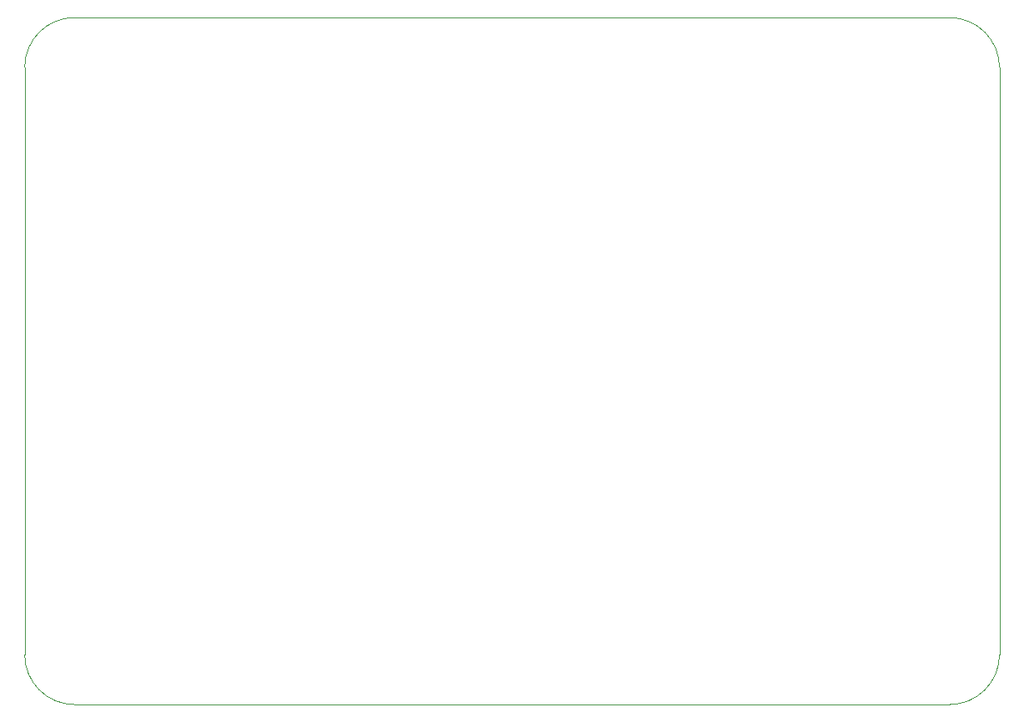
<source format=gm1>
G04 #@! TF.GenerationSoftware,KiCad,Pcbnew,(6.0.9)*
G04 #@! TF.CreationDate,2022-12-10T14:55:34+01:00*
G04 #@! TF.ProjectId,IoT12 Control Board,496f5431-3220-4436-9f6e-74726f6c2042,V2.2*
G04 #@! TF.SameCoordinates,Original*
G04 #@! TF.FileFunction,Profile,NP*
%FSLAX46Y46*%
G04 Gerber Fmt 4.6, Leading zero omitted, Abs format (unit mm)*
G04 Created by KiCad (PCBNEW (6.0.9)) date 2022-12-10 14:55:34*
%MOMM*%
%LPD*%
G01*
G04 APERTURE LIST*
G04 #@! TA.AperFunction,Profile*
%ADD10C,0.050000*%
G04 #@! TD*
G04 APERTURE END LIST*
D10*
X96520000Y-127000000D02*
X96520000Y-67310000D01*
X101600000Y-62230000D02*
X190500000Y-62230000D01*
X195580000Y-67310000D02*
G75*
G03*
X190500000Y-62230000I-5080000J0D01*
G01*
X190500000Y-132080000D02*
X101600000Y-132080000D01*
X96520000Y-127000000D02*
G75*
G03*
X101600000Y-132080000I5080000J0D01*
G01*
X101600000Y-62230000D02*
G75*
G03*
X96520000Y-67310000I0J-5080000D01*
G01*
X190500000Y-132080000D02*
G75*
G03*
X195580000Y-127000000I0J5080000D01*
G01*
X195580000Y-67310000D02*
X195580000Y-127000000D01*
M02*

</source>
